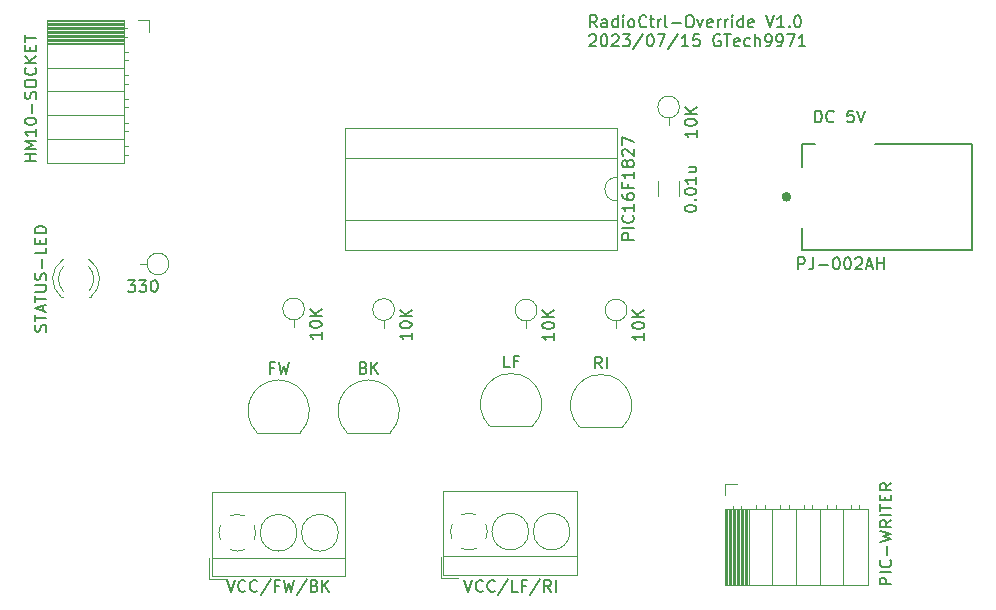
<source format=gto>
G04 #@! TF.GenerationSoftware,KiCad,Pcbnew,(6.0.11-0)*
G04 #@! TF.CreationDate,2023-07-15T22:38:05+09:00*
G04 #@! TF.ProjectId,RadioCtrl-Override,52616469-6f43-4747-926c-2d4f76657272,rev?*
G04 #@! TF.SameCoordinates,PX7bfa480PY7bfa480*
G04 #@! TF.FileFunction,Legend,Top*
G04 #@! TF.FilePolarity,Positive*
%FSLAX46Y46*%
G04 Gerber Fmt 4.6, Leading zero omitted, Abs format (unit mm)*
G04 Created by KiCad (PCBNEW (6.0.11-0)) date 2023-07-15 22:38:05*
%MOMM*%
%LPD*%
G01*
G04 APERTURE LIST*
%ADD10C,0.150000*%
%ADD11C,0.120000*%
%ADD12C,0.127000*%
%ADD13C,0.400000*%
G04 APERTURE END LIST*
D10*
X49167023Y48612620D02*
X48833690Y49088810D01*
X48595595Y48612620D02*
X48595595Y49612620D01*
X48976547Y49612620D01*
X49071785Y49565000D01*
X49119404Y49517381D01*
X49167023Y49422143D01*
X49167023Y49279286D01*
X49119404Y49184048D01*
X49071785Y49136429D01*
X48976547Y49088810D01*
X48595595Y49088810D01*
X50024166Y48612620D02*
X50024166Y49136429D01*
X49976547Y49231667D01*
X49881309Y49279286D01*
X49690833Y49279286D01*
X49595595Y49231667D01*
X50024166Y48660239D02*
X49928928Y48612620D01*
X49690833Y48612620D01*
X49595595Y48660239D01*
X49547976Y48755477D01*
X49547976Y48850715D01*
X49595595Y48945953D01*
X49690833Y48993572D01*
X49928928Y48993572D01*
X50024166Y49041191D01*
X50928928Y48612620D02*
X50928928Y49612620D01*
X50928928Y48660239D02*
X50833690Y48612620D01*
X50643214Y48612620D01*
X50547976Y48660239D01*
X50500357Y48707858D01*
X50452738Y48803096D01*
X50452738Y49088810D01*
X50500357Y49184048D01*
X50547976Y49231667D01*
X50643214Y49279286D01*
X50833690Y49279286D01*
X50928928Y49231667D01*
X51405119Y48612620D02*
X51405119Y49279286D01*
X51405119Y49612620D02*
X51357500Y49565000D01*
X51405119Y49517381D01*
X51452738Y49565000D01*
X51405119Y49612620D01*
X51405119Y49517381D01*
X52024166Y48612620D02*
X51928928Y48660239D01*
X51881309Y48707858D01*
X51833690Y48803096D01*
X51833690Y49088810D01*
X51881309Y49184048D01*
X51928928Y49231667D01*
X52024166Y49279286D01*
X52167023Y49279286D01*
X52262261Y49231667D01*
X52309880Y49184048D01*
X52357500Y49088810D01*
X52357500Y48803096D01*
X52309880Y48707858D01*
X52262261Y48660239D01*
X52167023Y48612620D01*
X52024166Y48612620D01*
X53357500Y48707858D02*
X53309880Y48660239D01*
X53167023Y48612620D01*
X53071785Y48612620D01*
X52928928Y48660239D01*
X52833690Y48755477D01*
X52786071Y48850715D01*
X52738452Y49041191D01*
X52738452Y49184048D01*
X52786071Y49374524D01*
X52833690Y49469762D01*
X52928928Y49565000D01*
X53071785Y49612620D01*
X53167023Y49612620D01*
X53309880Y49565000D01*
X53357500Y49517381D01*
X53643214Y49279286D02*
X54024166Y49279286D01*
X53786071Y49612620D02*
X53786071Y48755477D01*
X53833690Y48660239D01*
X53928928Y48612620D01*
X54024166Y48612620D01*
X54357500Y48612620D02*
X54357500Y49279286D01*
X54357500Y49088810D02*
X54405119Y49184048D01*
X54452738Y49231667D01*
X54547976Y49279286D01*
X54643214Y49279286D01*
X55119404Y48612620D02*
X55024166Y48660239D01*
X54976547Y48755477D01*
X54976547Y49612620D01*
X55500357Y48993572D02*
X56262261Y48993572D01*
X56928928Y49612620D02*
X57119404Y49612620D01*
X57214642Y49565000D01*
X57309880Y49469762D01*
X57357500Y49279286D01*
X57357500Y48945953D01*
X57309880Y48755477D01*
X57214642Y48660239D01*
X57119404Y48612620D01*
X56928928Y48612620D01*
X56833690Y48660239D01*
X56738452Y48755477D01*
X56690833Y48945953D01*
X56690833Y49279286D01*
X56738452Y49469762D01*
X56833690Y49565000D01*
X56928928Y49612620D01*
X57690833Y49279286D02*
X57928928Y48612620D01*
X58167023Y49279286D01*
X58928928Y48660239D02*
X58833690Y48612620D01*
X58643214Y48612620D01*
X58547976Y48660239D01*
X58500357Y48755477D01*
X58500357Y49136429D01*
X58547976Y49231667D01*
X58643214Y49279286D01*
X58833690Y49279286D01*
X58928928Y49231667D01*
X58976547Y49136429D01*
X58976547Y49041191D01*
X58500357Y48945953D01*
X59405119Y48612620D02*
X59405119Y49279286D01*
X59405119Y49088810D02*
X59452738Y49184048D01*
X59500357Y49231667D01*
X59595595Y49279286D01*
X59690833Y49279286D01*
X60024166Y48612620D02*
X60024166Y49279286D01*
X60024166Y49088810D02*
X60071785Y49184048D01*
X60119404Y49231667D01*
X60214642Y49279286D01*
X60309880Y49279286D01*
X60643214Y48612620D02*
X60643214Y49279286D01*
X60643214Y49612620D02*
X60595595Y49565000D01*
X60643214Y49517381D01*
X60690833Y49565000D01*
X60643214Y49612620D01*
X60643214Y49517381D01*
X61547976Y48612620D02*
X61547976Y49612620D01*
X61547976Y48660239D02*
X61452738Y48612620D01*
X61262261Y48612620D01*
X61167023Y48660239D01*
X61119404Y48707858D01*
X61071785Y48803096D01*
X61071785Y49088810D01*
X61119404Y49184048D01*
X61167023Y49231667D01*
X61262261Y49279286D01*
X61452738Y49279286D01*
X61547976Y49231667D01*
X62405119Y48660239D02*
X62309880Y48612620D01*
X62119404Y48612620D01*
X62024166Y48660239D01*
X61976547Y48755477D01*
X61976547Y49136429D01*
X62024166Y49231667D01*
X62119404Y49279286D01*
X62309880Y49279286D01*
X62405119Y49231667D01*
X62452738Y49136429D01*
X62452738Y49041191D01*
X61976547Y48945953D01*
X63500357Y49612620D02*
X63833690Y48612620D01*
X64167023Y49612620D01*
X65024166Y48612620D02*
X64452738Y48612620D01*
X64738452Y48612620D02*
X64738452Y49612620D01*
X64643214Y49469762D01*
X64547976Y49374524D01*
X64452738Y49326905D01*
X65452738Y48707858D02*
X65500357Y48660239D01*
X65452738Y48612620D01*
X65405119Y48660239D01*
X65452738Y48707858D01*
X65452738Y48612620D01*
X66119404Y49612620D02*
X66214642Y49612620D01*
X66309880Y49565000D01*
X66357500Y49517381D01*
X66405119Y49422143D01*
X66452738Y49231667D01*
X66452738Y48993572D01*
X66405119Y48803096D01*
X66357500Y48707858D01*
X66309880Y48660239D01*
X66214642Y48612620D01*
X66119404Y48612620D01*
X66024166Y48660239D01*
X65976547Y48707858D01*
X65928928Y48803096D01*
X65881309Y48993572D01*
X65881309Y49231667D01*
X65928928Y49422143D01*
X65976547Y49517381D01*
X66024166Y49565000D01*
X66119404Y49612620D01*
X48547976Y47907381D02*
X48595595Y47955000D01*
X48690833Y48002620D01*
X48928928Y48002620D01*
X49024166Y47955000D01*
X49071785Y47907381D01*
X49119404Y47812143D01*
X49119404Y47716905D01*
X49071785Y47574048D01*
X48500357Y47002620D01*
X49119404Y47002620D01*
X49738452Y48002620D02*
X49833690Y48002620D01*
X49928928Y47955000D01*
X49976547Y47907381D01*
X50024166Y47812143D01*
X50071785Y47621667D01*
X50071785Y47383572D01*
X50024166Y47193096D01*
X49976547Y47097858D01*
X49928928Y47050239D01*
X49833690Y47002620D01*
X49738452Y47002620D01*
X49643214Y47050239D01*
X49595595Y47097858D01*
X49547976Y47193096D01*
X49500357Y47383572D01*
X49500357Y47621667D01*
X49547976Y47812143D01*
X49595595Y47907381D01*
X49643214Y47955000D01*
X49738452Y48002620D01*
X50452738Y47907381D02*
X50500357Y47955000D01*
X50595595Y48002620D01*
X50833690Y48002620D01*
X50928928Y47955000D01*
X50976547Y47907381D01*
X51024166Y47812143D01*
X51024166Y47716905D01*
X50976547Y47574048D01*
X50405119Y47002620D01*
X51024166Y47002620D01*
X51357500Y48002620D02*
X51976547Y48002620D01*
X51643214Y47621667D01*
X51786071Y47621667D01*
X51881309Y47574048D01*
X51928928Y47526429D01*
X51976547Y47431191D01*
X51976547Y47193096D01*
X51928928Y47097858D01*
X51881309Y47050239D01*
X51786071Y47002620D01*
X51500357Y47002620D01*
X51405119Y47050239D01*
X51357500Y47097858D01*
X53119404Y48050239D02*
X52262261Y46764524D01*
X53643214Y48002620D02*
X53738452Y48002620D01*
X53833690Y47955000D01*
X53881309Y47907381D01*
X53928928Y47812143D01*
X53976547Y47621667D01*
X53976547Y47383572D01*
X53928928Y47193096D01*
X53881309Y47097858D01*
X53833690Y47050239D01*
X53738452Y47002620D01*
X53643214Y47002620D01*
X53547976Y47050239D01*
X53500357Y47097858D01*
X53452738Y47193096D01*
X53405119Y47383572D01*
X53405119Y47621667D01*
X53452738Y47812143D01*
X53500357Y47907381D01*
X53547976Y47955000D01*
X53643214Y48002620D01*
X54309880Y48002620D02*
X54976547Y48002620D01*
X54547976Y47002620D01*
X56071785Y48050239D02*
X55214642Y46764524D01*
X56928928Y47002620D02*
X56357500Y47002620D01*
X56643214Y47002620D02*
X56643214Y48002620D01*
X56547976Y47859762D01*
X56452738Y47764524D01*
X56357500Y47716905D01*
X57833690Y48002620D02*
X57357500Y48002620D01*
X57309880Y47526429D01*
X57357500Y47574048D01*
X57452738Y47621667D01*
X57690833Y47621667D01*
X57786071Y47574048D01*
X57833690Y47526429D01*
X57881309Y47431191D01*
X57881309Y47193096D01*
X57833690Y47097858D01*
X57786071Y47050239D01*
X57690833Y47002620D01*
X57452738Y47002620D01*
X57357500Y47050239D01*
X57309880Y47097858D01*
X59595595Y47955000D02*
X59500357Y48002620D01*
X59357500Y48002620D01*
X59214642Y47955000D01*
X59119404Y47859762D01*
X59071785Y47764524D01*
X59024166Y47574048D01*
X59024166Y47431191D01*
X59071785Y47240715D01*
X59119404Y47145477D01*
X59214642Y47050239D01*
X59357500Y47002620D01*
X59452738Y47002620D01*
X59595595Y47050239D01*
X59643214Y47097858D01*
X59643214Y47431191D01*
X59452738Y47431191D01*
X59928928Y48002620D02*
X60500357Y48002620D01*
X60214642Y47002620D02*
X60214642Y48002620D01*
X61214642Y47050239D02*
X61119404Y47002620D01*
X60928928Y47002620D01*
X60833690Y47050239D01*
X60786071Y47145477D01*
X60786071Y47526429D01*
X60833690Y47621667D01*
X60928928Y47669286D01*
X61119404Y47669286D01*
X61214642Y47621667D01*
X61262261Y47526429D01*
X61262261Y47431191D01*
X60786071Y47335953D01*
X62119404Y47050239D02*
X62024166Y47002620D01*
X61833690Y47002620D01*
X61738452Y47050239D01*
X61690833Y47097858D01*
X61643214Y47193096D01*
X61643214Y47478810D01*
X61690833Y47574048D01*
X61738452Y47621667D01*
X61833690Y47669286D01*
X62024166Y47669286D01*
X62119404Y47621667D01*
X62547976Y47002620D02*
X62547976Y48002620D01*
X62976547Y47002620D02*
X62976547Y47526429D01*
X62928928Y47621667D01*
X62833690Y47669286D01*
X62690833Y47669286D01*
X62595595Y47621667D01*
X62547976Y47574048D01*
X63500357Y47002620D02*
X63690833Y47002620D01*
X63786071Y47050239D01*
X63833690Y47097858D01*
X63928928Y47240715D01*
X63976547Y47431191D01*
X63976547Y47812143D01*
X63928928Y47907381D01*
X63881309Y47955000D01*
X63786071Y48002620D01*
X63595595Y48002620D01*
X63500357Y47955000D01*
X63452738Y47907381D01*
X63405119Y47812143D01*
X63405119Y47574048D01*
X63452738Y47478810D01*
X63500357Y47431191D01*
X63595595Y47383572D01*
X63786071Y47383572D01*
X63881309Y47431191D01*
X63928928Y47478810D01*
X63976547Y47574048D01*
X64452738Y47002620D02*
X64643214Y47002620D01*
X64738452Y47050239D01*
X64786071Y47097858D01*
X64881309Y47240715D01*
X64928928Y47431191D01*
X64928928Y47812143D01*
X64881309Y47907381D01*
X64833690Y47955000D01*
X64738452Y48002620D01*
X64547976Y48002620D01*
X64452738Y47955000D01*
X64405119Y47907381D01*
X64357500Y47812143D01*
X64357500Y47574048D01*
X64405119Y47478810D01*
X64452738Y47431191D01*
X64547976Y47383572D01*
X64738452Y47383572D01*
X64833690Y47431191D01*
X64881309Y47478810D01*
X64928928Y47574048D01*
X65262261Y48002620D02*
X65928928Y48002620D01*
X65500357Y47002620D01*
X66833690Y47002620D02*
X66262261Y47002620D01*
X66547976Y47002620D02*
X66547976Y48002620D01*
X66452738Y47859762D01*
X66357500Y47764524D01*
X66262261Y47716905D01*
X66206971Y28122598D02*
X66206971Y29122645D01*
X66587941Y29122645D01*
X66683184Y29075024D01*
X66730805Y29027403D01*
X66778427Y28932160D01*
X66778427Y28789296D01*
X66730805Y28694054D01*
X66683184Y28646432D01*
X66587941Y28598811D01*
X66206971Y28598811D01*
X67492746Y29122645D02*
X67492746Y28408326D01*
X67445125Y28265462D01*
X67349882Y28170220D01*
X67207018Y28122598D01*
X67111776Y28122598D01*
X67968959Y28503569D02*
X68730899Y28503569D01*
X69397597Y29122645D02*
X69492840Y29122645D01*
X69588082Y29075024D01*
X69635704Y29027403D01*
X69683325Y28932160D01*
X69730946Y28741675D01*
X69730946Y28503569D01*
X69683325Y28313083D01*
X69635704Y28217841D01*
X69588082Y28170220D01*
X69492840Y28122598D01*
X69397597Y28122598D01*
X69302355Y28170220D01*
X69254733Y28217841D01*
X69207112Y28313083D01*
X69159491Y28503569D01*
X69159491Y28741675D01*
X69207112Y28932160D01*
X69254733Y29027403D01*
X69302355Y29075024D01*
X69397597Y29122645D01*
X70350023Y29122645D02*
X70445266Y29122645D01*
X70540508Y29075024D01*
X70588129Y29027403D01*
X70635751Y28932160D01*
X70683372Y28741675D01*
X70683372Y28503569D01*
X70635751Y28313083D01*
X70588129Y28217841D01*
X70540508Y28170220D01*
X70445266Y28122598D01*
X70350023Y28122598D01*
X70254780Y28170220D01*
X70207159Y28217841D01*
X70159538Y28313083D01*
X70111917Y28503569D01*
X70111917Y28741675D01*
X70159538Y28932160D01*
X70207159Y29027403D01*
X70254780Y29075024D01*
X70350023Y29122645D01*
X71064342Y29027403D02*
X71111964Y29075024D01*
X71207206Y29122645D01*
X71445313Y29122645D01*
X71540555Y29075024D01*
X71588176Y29027403D01*
X71635798Y28932160D01*
X71635798Y28836918D01*
X71588176Y28694054D01*
X71016721Y28122598D01*
X71635798Y28122598D01*
X72016768Y28408326D02*
X72492981Y28408326D01*
X71921525Y28122598D02*
X72254874Y29122645D01*
X72588223Y28122598D01*
X72921572Y28122598D02*
X72921572Y29122645D01*
X72921572Y28646432D02*
X73493028Y28646432D01*
X73493028Y28122598D02*
X73493028Y29122645D01*
X57617380Y39899524D02*
X57617380Y39328096D01*
X57617380Y39613810D02*
X56617380Y39613810D01*
X56760238Y39518572D01*
X56855476Y39423334D01*
X56903095Y39328096D01*
X56617380Y40518572D02*
X56617380Y40613810D01*
X56665000Y40709048D01*
X56712619Y40756667D01*
X56807857Y40804286D01*
X56998333Y40851905D01*
X57236428Y40851905D01*
X57426904Y40804286D01*
X57522142Y40756667D01*
X57569761Y40709048D01*
X57617380Y40613810D01*
X57617380Y40518572D01*
X57569761Y40423334D01*
X57522142Y40375715D01*
X57426904Y40328096D01*
X57236428Y40280477D01*
X56998333Y40280477D01*
X56807857Y40328096D01*
X56712619Y40375715D01*
X56665000Y40423334D01*
X56617380Y40518572D01*
X57617380Y41280477D02*
X56617380Y41280477D01*
X57617380Y41851905D02*
X57045952Y41423334D01*
X56617380Y41851905D02*
X57188809Y41280477D01*
X17844047Y1817620D02*
X18177380Y817620D01*
X18510714Y1817620D01*
X19415476Y912858D02*
X19367857Y865239D01*
X19225000Y817620D01*
X19129761Y817620D01*
X18986904Y865239D01*
X18891666Y960477D01*
X18844047Y1055715D01*
X18796428Y1246191D01*
X18796428Y1389048D01*
X18844047Y1579524D01*
X18891666Y1674762D01*
X18986904Y1770000D01*
X19129761Y1817620D01*
X19225000Y1817620D01*
X19367857Y1770000D01*
X19415476Y1722381D01*
X20415476Y912858D02*
X20367857Y865239D01*
X20225000Y817620D01*
X20129761Y817620D01*
X19986904Y865239D01*
X19891666Y960477D01*
X19844047Y1055715D01*
X19796428Y1246191D01*
X19796428Y1389048D01*
X19844047Y1579524D01*
X19891666Y1674762D01*
X19986904Y1770000D01*
X20129761Y1817620D01*
X20225000Y1817620D01*
X20367857Y1770000D01*
X20415476Y1722381D01*
X21558333Y1865239D02*
X20701190Y579524D01*
X22225000Y1341429D02*
X21891666Y1341429D01*
X21891666Y817620D02*
X21891666Y1817620D01*
X22367857Y1817620D01*
X22653571Y1817620D02*
X22891666Y817620D01*
X23082142Y1531905D01*
X23272619Y817620D01*
X23510714Y1817620D01*
X24605952Y1865239D02*
X23748809Y579524D01*
X25272619Y1341429D02*
X25415476Y1293810D01*
X25463095Y1246191D01*
X25510714Y1150953D01*
X25510714Y1008096D01*
X25463095Y912858D01*
X25415476Y865239D01*
X25320238Y817620D01*
X24939285Y817620D01*
X24939285Y1817620D01*
X25272619Y1817620D01*
X25367857Y1770000D01*
X25415476Y1722381D01*
X25463095Y1627143D01*
X25463095Y1531905D01*
X25415476Y1436667D01*
X25367857Y1389048D01*
X25272619Y1341429D01*
X24939285Y1341429D01*
X25939285Y817620D02*
X25939285Y1817620D01*
X26510714Y817620D02*
X26082142Y1389048D01*
X26510714Y1817620D02*
X25939285Y1246191D01*
X9459285Y27202620D02*
X10078333Y27202620D01*
X9745000Y26821667D01*
X9887857Y26821667D01*
X9983095Y26774048D01*
X10030714Y26726429D01*
X10078333Y26631191D01*
X10078333Y26393096D01*
X10030714Y26297858D01*
X9983095Y26250239D01*
X9887857Y26202620D01*
X9602142Y26202620D01*
X9506904Y26250239D01*
X9459285Y26297858D01*
X10411666Y27202620D02*
X11030714Y27202620D01*
X10697380Y26821667D01*
X10840238Y26821667D01*
X10935476Y26774048D01*
X10983095Y26726429D01*
X11030714Y26631191D01*
X11030714Y26393096D01*
X10983095Y26297858D01*
X10935476Y26250239D01*
X10840238Y26202620D01*
X10554523Y26202620D01*
X10459285Y26250239D01*
X10411666Y26297858D01*
X11649761Y27202620D02*
X11745000Y27202620D01*
X11840238Y27155000D01*
X11887857Y27107381D01*
X11935476Y27012143D01*
X11983095Y26821667D01*
X11983095Y26583572D01*
X11935476Y26393096D01*
X11887857Y26297858D01*
X11840238Y26250239D01*
X11745000Y26202620D01*
X11649761Y26202620D01*
X11554523Y26250239D01*
X11506904Y26297858D01*
X11459285Y26393096D01*
X11411666Y26583572D01*
X11411666Y26821667D01*
X11459285Y27012143D01*
X11506904Y27107381D01*
X11554523Y27155000D01*
X11649761Y27202620D01*
X45552380Y22699524D02*
X45552380Y22128096D01*
X45552380Y22413810D02*
X44552380Y22413810D01*
X44695238Y22318572D01*
X44790476Y22223334D01*
X44838095Y22128096D01*
X44552380Y23318572D02*
X44552380Y23413810D01*
X44600000Y23509048D01*
X44647619Y23556667D01*
X44742857Y23604286D01*
X44933333Y23651905D01*
X45171428Y23651905D01*
X45361904Y23604286D01*
X45457142Y23556667D01*
X45504761Y23509048D01*
X45552380Y23413810D01*
X45552380Y23318572D01*
X45504761Y23223334D01*
X45457142Y23175715D01*
X45361904Y23128096D01*
X45171428Y23080477D01*
X44933333Y23080477D01*
X44742857Y23128096D01*
X44647619Y23175715D01*
X44600000Y23223334D01*
X44552380Y23318572D01*
X45552380Y24080477D02*
X44552380Y24080477D01*
X45552380Y24651905D02*
X44980952Y24223334D01*
X44552380Y24651905D02*
X45123809Y24080477D01*
X1722380Y37283096D02*
X722380Y37283096D01*
X1198571Y37283096D02*
X1198571Y37854524D01*
X1722380Y37854524D02*
X722380Y37854524D01*
X1722380Y38330715D02*
X722380Y38330715D01*
X1436666Y38664048D01*
X722380Y38997381D01*
X1722380Y38997381D01*
X1722380Y39997381D02*
X1722380Y39425953D01*
X1722380Y39711667D02*
X722380Y39711667D01*
X865238Y39616429D01*
X960476Y39521191D01*
X1008095Y39425953D01*
X722380Y40616429D02*
X722380Y40711667D01*
X770000Y40806905D01*
X817619Y40854524D01*
X912857Y40902143D01*
X1103333Y40949762D01*
X1341428Y40949762D01*
X1531904Y40902143D01*
X1627142Y40854524D01*
X1674761Y40806905D01*
X1722380Y40711667D01*
X1722380Y40616429D01*
X1674761Y40521191D01*
X1627142Y40473572D01*
X1531904Y40425953D01*
X1341428Y40378334D01*
X1103333Y40378334D01*
X912857Y40425953D01*
X817619Y40473572D01*
X770000Y40521191D01*
X722380Y40616429D01*
X1341428Y41378334D02*
X1341428Y42140239D01*
X1674761Y42568810D02*
X1722380Y42711667D01*
X1722380Y42949762D01*
X1674761Y43045000D01*
X1627142Y43092620D01*
X1531904Y43140239D01*
X1436666Y43140239D01*
X1341428Y43092620D01*
X1293809Y43045000D01*
X1246190Y42949762D01*
X1198571Y42759286D01*
X1150952Y42664048D01*
X1103333Y42616429D01*
X1008095Y42568810D01*
X912857Y42568810D01*
X817619Y42616429D01*
X770000Y42664048D01*
X722380Y42759286D01*
X722380Y42997381D01*
X770000Y43140239D01*
X722380Y43759286D02*
X722380Y43949762D01*
X770000Y44045000D01*
X865238Y44140239D01*
X1055714Y44187858D01*
X1389047Y44187858D01*
X1579523Y44140239D01*
X1674761Y44045000D01*
X1722380Y43949762D01*
X1722380Y43759286D01*
X1674761Y43664048D01*
X1579523Y43568810D01*
X1389047Y43521191D01*
X1055714Y43521191D01*
X865238Y43568810D01*
X770000Y43664048D01*
X722380Y43759286D01*
X1627142Y45187858D02*
X1674761Y45140239D01*
X1722380Y44997381D01*
X1722380Y44902143D01*
X1674761Y44759286D01*
X1579523Y44664048D01*
X1484285Y44616429D01*
X1293809Y44568810D01*
X1150952Y44568810D01*
X960476Y44616429D01*
X865238Y44664048D01*
X770000Y44759286D01*
X722380Y44902143D01*
X722380Y44997381D01*
X770000Y45140239D01*
X817619Y45187858D01*
X1722380Y45616429D02*
X722380Y45616429D01*
X1722380Y46187858D02*
X1150952Y45759286D01*
X722380Y46187858D02*
X1293809Y45616429D01*
X1198571Y46616429D02*
X1198571Y46949762D01*
X1722380Y47092620D02*
X1722380Y46616429D01*
X722380Y46616429D01*
X722380Y47092620D01*
X722380Y47378334D02*
X722380Y47949762D01*
X1722380Y47664048D02*
X722380Y47664048D01*
X33487380Y22754524D02*
X33487380Y22183096D01*
X33487380Y22468810D02*
X32487380Y22468810D01*
X32630238Y22373572D01*
X32725476Y22278334D01*
X32773095Y22183096D01*
X32487380Y23373572D02*
X32487380Y23468810D01*
X32535000Y23564048D01*
X32582619Y23611667D01*
X32677857Y23659286D01*
X32868333Y23706905D01*
X33106428Y23706905D01*
X33296904Y23659286D01*
X33392142Y23611667D01*
X33439761Y23564048D01*
X33487380Y23468810D01*
X33487380Y23373572D01*
X33439761Y23278334D01*
X33392142Y23230715D01*
X33296904Y23183096D01*
X33106428Y23135477D01*
X32868333Y23135477D01*
X32677857Y23183096D01*
X32582619Y23230715D01*
X32535000Y23278334D01*
X32487380Y23373572D01*
X33487380Y24135477D02*
X32487380Y24135477D01*
X33487380Y24706905D02*
X32915952Y24278334D01*
X32487380Y24706905D02*
X33058809Y24135477D01*
X25867380Y22804524D02*
X25867380Y22233096D01*
X25867380Y22518810D02*
X24867380Y22518810D01*
X25010238Y22423572D01*
X25105476Y22328334D01*
X25153095Y22233096D01*
X24867380Y23423572D02*
X24867380Y23518810D01*
X24915000Y23614048D01*
X24962619Y23661667D01*
X25057857Y23709286D01*
X25248333Y23756905D01*
X25486428Y23756905D01*
X25676904Y23709286D01*
X25772142Y23661667D01*
X25819761Y23614048D01*
X25867380Y23518810D01*
X25867380Y23423572D01*
X25819761Y23328334D01*
X25772142Y23280715D01*
X25676904Y23233096D01*
X25486428Y23185477D01*
X25248333Y23185477D01*
X25057857Y23233096D01*
X24962619Y23280715D01*
X24915000Y23328334D01*
X24867380Y23423572D01*
X25867380Y24185477D02*
X24867380Y24185477D01*
X25867380Y24756905D02*
X25295952Y24328334D01*
X24867380Y24756905D02*
X25438809Y24185477D01*
X52302380Y30629286D02*
X51302380Y30629286D01*
X51302380Y31010239D01*
X51350000Y31105477D01*
X51397619Y31153096D01*
X51492857Y31200715D01*
X51635714Y31200715D01*
X51730952Y31153096D01*
X51778571Y31105477D01*
X51826190Y31010239D01*
X51826190Y30629286D01*
X52302380Y31629286D02*
X51302380Y31629286D01*
X52207142Y32676905D02*
X52254761Y32629286D01*
X52302380Y32486429D01*
X52302380Y32391191D01*
X52254761Y32248334D01*
X52159523Y32153096D01*
X52064285Y32105477D01*
X51873809Y32057858D01*
X51730952Y32057858D01*
X51540476Y32105477D01*
X51445238Y32153096D01*
X51350000Y32248334D01*
X51302380Y32391191D01*
X51302380Y32486429D01*
X51350000Y32629286D01*
X51397619Y32676905D01*
X52302380Y33629286D02*
X52302380Y33057858D01*
X52302380Y33343572D02*
X51302380Y33343572D01*
X51445238Y33248334D01*
X51540476Y33153096D01*
X51588095Y33057858D01*
X51302380Y34486429D02*
X51302380Y34295953D01*
X51350000Y34200715D01*
X51397619Y34153096D01*
X51540476Y34057858D01*
X51730952Y34010239D01*
X52111904Y34010239D01*
X52207142Y34057858D01*
X52254761Y34105477D01*
X52302380Y34200715D01*
X52302380Y34391191D01*
X52254761Y34486429D01*
X52207142Y34534048D01*
X52111904Y34581667D01*
X51873809Y34581667D01*
X51778571Y34534048D01*
X51730952Y34486429D01*
X51683333Y34391191D01*
X51683333Y34200715D01*
X51730952Y34105477D01*
X51778571Y34057858D01*
X51873809Y34010239D01*
X51778571Y35343572D02*
X51778571Y35010239D01*
X52302380Y35010239D02*
X51302380Y35010239D01*
X51302380Y35486429D01*
X52302380Y36391191D02*
X52302380Y35819762D01*
X52302380Y36105477D02*
X51302380Y36105477D01*
X51445238Y36010239D01*
X51540476Y35915000D01*
X51588095Y35819762D01*
X51730952Y36962620D02*
X51683333Y36867381D01*
X51635714Y36819762D01*
X51540476Y36772143D01*
X51492857Y36772143D01*
X51397619Y36819762D01*
X51350000Y36867381D01*
X51302380Y36962620D01*
X51302380Y37153096D01*
X51350000Y37248334D01*
X51397619Y37295953D01*
X51492857Y37343572D01*
X51540476Y37343572D01*
X51635714Y37295953D01*
X51683333Y37248334D01*
X51730952Y37153096D01*
X51730952Y36962620D01*
X51778571Y36867381D01*
X51826190Y36819762D01*
X51921428Y36772143D01*
X52111904Y36772143D01*
X52207142Y36819762D01*
X52254761Y36867381D01*
X52302380Y36962620D01*
X52302380Y37153096D01*
X52254761Y37248334D01*
X52207142Y37295953D01*
X52111904Y37343572D01*
X51921428Y37343572D01*
X51826190Y37295953D01*
X51778571Y37248334D01*
X51730952Y37153096D01*
X51397619Y37724524D02*
X51350000Y37772143D01*
X51302380Y37867381D01*
X51302380Y38105477D01*
X51350000Y38200715D01*
X51397619Y38248334D01*
X51492857Y38295953D01*
X51588095Y38295953D01*
X51730952Y38248334D01*
X52302380Y37676905D01*
X52302380Y38295953D01*
X51302380Y38629286D02*
X51302380Y39295953D01*
X52302380Y38867381D01*
X74112380Y1453096D02*
X73112380Y1453096D01*
X73112380Y1834048D01*
X73160000Y1929286D01*
X73207619Y1976905D01*
X73302857Y2024524D01*
X73445714Y2024524D01*
X73540952Y1976905D01*
X73588571Y1929286D01*
X73636190Y1834048D01*
X73636190Y1453096D01*
X74112380Y2453096D02*
X73112380Y2453096D01*
X74017142Y3500715D02*
X74064761Y3453096D01*
X74112380Y3310239D01*
X74112380Y3215000D01*
X74064761Y3072143D01*
X73969523Y2976905D01*
X73874285Y2929286D01*
X73683809Y2881667D01*
X73540952Y2881667D01*
X73350476Y2929286D01*
X73255238Y2976905D01*
X73160000Y3072143D01*
X73112380Y3215000D01*
X73112380Y3310239D01*
X73160000Y3453096D01*
X73207619Y3500715D01*
X73731428Y3929286D02*
X73731428Y4691191D01*
X73112380Y5072143D02*
X74112380Y5310239D01*
X73398095Y5500715D01*
X74112380Y5691191D01*
X73112380Y5929286D01*
X74112380Y6881667D02*
X73636190Y6548334D01*
X74112380Y6310239D02*
X73112380Y6310239D01*
X73112380Y6691191D01*
X73160000Y6786429D01*
X73207619Y6834048D01*
X73302857Y6881667D01*
X73445714Y6881667D01*
X73540952Y6834048D01*
X73588571Y6786429D01*
X73636190Y6691191D01*
X73636190Y6310239D01*
X74112380Y7310239D02*
X73112380Y7310239D01*
X73112380Y7643572D02*
X73112380Y8215000D01*
X74112380Y7929286D02*
X73112380Y7929286D01*
X73588571Y8548334D02*
X73588571Y8881667D01*
X74112380Y9024524D02*
X74112380Y8548334D01*
X73112380Y8548334D01*
X73112380Y9024524D01*
X74112380Y10024524D02*
X73636190Y9691191D01*
X74112380Y9453096D02*
X73112380Y9453096D01*
X73112380Y9834048D01*
X73160000Y9929286D01*
X73207619Y9976905D01*
X73302857Y10024524D01*
X73445714Y10024524D01*
X73540952Y9976905D01*
X73588571Y9929286D01*
X73636190Y9834048D01*
X73636190Y9453096D01*
X29416428Y19781429D02*
X29559285Y19733810D01*
X29606904Y19686191D01*
X29654523Y19590953D01*
X29654523Y19448096D01*
X29606904Y19352858D01*
X29559285Y19305239D01*
X29464047Y19257620D01*
X29083095Y19257620D01*
X29083095Y20257620D01*
X29416428Y20257620D01*
X29511666Y20210000D01*
X29559285Y20162381D01*
X29606904Y20067143D01*
X29606904Y19971905D01*
X29559285Y19876667D01*
X29511666Y19829048D01*
X29416428Y19781429D01*
X29083095Y19781429D01*
X30083095Y19257620D02*
X30083095Y20257620D01*
X30654523Y19257620D02*
X30225952Y19829048D01*
X30654523Y20257620D02*
X30083095Y19686191D01*
X56602380Y33234524D02*
X56602380Y33329762D01*
X56650000Y33425000D01*
X56697619Y33472620D01*
X56792857Y33520239D01*
X56983333Y33567858D01*
X57221428Y33567858D01*
X57411904Y33520239D01*
X57507142Y33472620D01*
X57554761Y33425000D01*
X57602380Y33329762D01*
X57602380Y33234524D01*
X57554761Y33139286D01*
X57507142Y33091667D01*
X57411904Y33044048D01*
X57221428Y32996429D01*
X56983333Y32996429D01*
X56792857Y33044048D01*
X56697619Y33091667D01*
X56650000Y33139286D01*
X56602380Y33234524D01*
X57507142Y33996429D02*
X57554761Y34044048D01*
X57602380Y33996429D01*
X57554761Y33948810D01*
X57507142Y33996429D01*
X57602380Y33996429D01*
X56602380Y34663096D02*
X56602380Y34758334D01*
X56650000Y34853572D01*
X56697619Y34901191D01*
X56792857Y34948810D01*
X56983333Y34996429D01*
X57221428Y34996429D01*
X57411904Y34948810D01*
X57507142Y34901191D01*
X57554761Y34853572D01*
X57602380Y34758334D01*
X57602380Y34663096D01*
X57554761Y34567858D01*
X57507142Y34520239D01*
X57411904Y34472620D01*
X57221428Y34425000D01*
X56983333Y34425000D01*
X56792857Y34472620D01*
X56697619Y34520239D01*
X56650000Y34567858D01*
X56602380Y34663096D01*
X57602380Y35948810D02*
X57602380Y35377381D01*
X57602380Y35663096D02*
X56602380Y35663096D01*
X56745238Y35567858D01*
X56840476Y35472620D01*
X56888095Y35377381D01*
X56935714Y36805953D02*
X57602380Y36805953D01*
X56935714Y36377381D02*
X57459523Y36377381D01*
X57554761Y36425000D01*
X57602380Y36520239D01*
X57602380Y36663096D01*
X57554761Y36758334D01*
X57507142Y36805953D01*
X37957619Y1817620D02*
X38290952Y817620D01*
X38624285Y1817620D01*
X39529047Y912858D02*
X39481428Y865239D01*
X39338571Y817620D01*
X39243333Y817620D01*
X39100476Y865239D01*
X39005238Y960477D01*
X38957619Y1055715D01*
X38910000Y1246191D01*
X38910000Y1389048D01*
X38957619Y1579524D01*
X39005238Y1674762D01*
X39100476Y1770000D01*
X39243333Y1817620D01*
X39338571Y1817620D01*
X39481428Y1770000D01*
X39529047Y1722381D01*
X40529047Y912858D02*
X40481428Y865239D01*
X40338571Y817620D01*
X40243333Y817620D01*
X40100476Y865239D01*
X40005238Y960477D01*
X39957619Y1055715D01*
X39910000Y1246191D01*
X39910000Y1389048D01*
X39957619Y1579524D01*
X40005238Y1674762D01*
X40100476Y1770000D01*
X40243333Y1817620D01*
X40338571Y1817620D01*
X40481428Y1770000D01*
X40529047Y1722381D01*
X41671904Y1865239D02*
X40814761Y579524D01*
X42481428Y817620D02*
X42005238Y817620D01*
X42005238Y1817620D01*
X43148095Y1341429D02*
X42814761Y1341429D01*
X42814761Y817620D02*
X42814761Y1817620D01*
X43290952Y1817620D01*
X44386190Y1865239D02*
X43529047Y579524D01*
X45290952Y817620D02*
X44957619Y1293810D01*
X44719523Y817620D02*
X44719523Y1817620D01*
X45100476Y1817620D01*
X45195714Y1770000D01*
X45243333Y1722381D01*
X45290952Y1627143D01*
X45290952Y1484286D01*
X45243333Y1389048D01*
X45195714Y1341429D01*
X45100476Y1293810D01*
X44719523Y1293810D01*
X45719523Y817620D02*
X45719523Y1817620D01*
X2524761Y22852620D02*
X2572380Y22995477D01*
X2572380Y23233572D01*
X2524761Y23328810D01*
X2477142Y23376429D01*
X2381904Y23424048D01*
X2286666Y23424048D01*
X2191428Y23376429D01*
X2143809Y23328810D01*
X2096190Y23233572D01*
X2048571Y23043096D01*
X2000952Y22947858D01*
X1953333Y22900239D01*
X1858095Y22852620D01*
X1762857Y22852620D01*
X1667619Y22900239D01*
X1620000Y22947858D01*
X1572380Y23043096D01*
X1572380Y23281191D01*
X1620000Y23424048D01*
X1572380Y23709762D02*
X1572380Y24281191D01*
X2572380Y23995477D02*
X1572380Y23995477D01*
X2286666Y24566905D02*
X2286666Y25043096D01*
X2572380Y24471667D02*
X1572380Y24805000D01*
X2572380Y25138334D01*
X1572380Y25328810D02*
X1572380Y25900239D01*
X2572380Y25614524D02*
X1572380Y25614524D01*
X1572380Y26233572D02*
X2381904Y26233572D01*
X2477142Y26281191D01*
X2524761Y26328810D01*
X2572380Y26424048D01*
X2572380Y26614524D01*
X2524761Y26709762D01*
X2477142Y26757381D01*
X2381904Y26805000D01*
X1572380Y26805000D01*
X2524761Y27233572D02*
X2572380Y27376429D01*
X2572380Y27614524D01*
X2524761Y27709762D01*
X2477142Y27757381D01*
X2381904Y27805000D01*
X2286666Y27805000D01*
X2191428Y27757381D01*
X2143809Y27709762D01*
X2096190Y27614524D01*
X2048571Y27424048D01*
X2000952Y27328810D01*
X1953333Y27281191D01*
X1858095Y27233572D01*
X1762857Y27233572D01*
X1667619Y27281191D01*
X1620000Y27328810D01*
X1572380Y27424048D01*
X1572380Y27662143D01*
X1620000Y27805000D01*
X2191428Y28233572D02*
X2191428Y28995477D01*
X2572380Y29947858D02*
X2572380Y29471667D01*
X1572380Y29471667D01*
X2048571Y30281191D02*
X2048571Y30614524D01*
X2572380Y30757381D02*
X2572380Y30281191D01*
X1572380Y30281191D01*
X1572380Y30757381D01*
X2572380Y31185953D02*
X1572380Y31185953D01*
X1572380Y31424048D01*
X1620000Y31566905D01*
X1715238Y31662143D01*
X1810476Y31709762D01*
X2000952Y31757381D01*
X2143809Y31757381D01*
X2334285Y31709762D01*
X2429523Y31662143D01*
X2524761Y31566905D01*
X2572380Y31424048D01*
X2572380Y31185953D01*
X49601428Y19722620D02*
X49268095Y20198810D01*
X49030000Y19722620D02*
X49030000Y20722620D01*
X49410952Y20722620D01*
X49506190Y20675000D01*
X49553809Y20627381D01*
X49601428Y20532143D01*
X49601428Y20389286D01*
X49553809Y20294048D01*
X49506190Y20246429D01*
X49410952Y20198810D01*
X49030000Y20198810D01*
X50030000Y19722620D02*
X50030000Y20722620D01*
X41790952Y19807620D02*
X41314761Y19807620D01*
X41314761Y20807620D01*
X42457619Y20331429D02*
X42124285Y20331429D01*
X42124285Y19807620D02*
X42124285Y20807620D01*
X42600476Y20807620D01*
X53172380Y22709524D02*
X53172380Y22138096D01*
X53172380Y22423810D02*
X52172380Y22423810D01*
X52315238Y22328572D01*
X52410476Y22233334D01*
X52458095Y22138096D01*
X52172380Y23328572D02*
X52172380Y23423810D01*
X52220000Y23519048D01*
X52267619Y23566667D01*
X52362857Y23614286D01*
X52553333Y23661905D01*
X52791428Y23661905D01*
X52981904Y23614286D01*
X53077142Y23566667D01*
X53124761Y23519048D01*
X53172380Y23423810D01*
X53172380Y23328572D01*
X53124761Y23233334D01*
X53077142Y23185715D01*
X52981904Y23138096D01*
X52791428Y23090477D01*
X52553333Y23090477D01*
X52362857Y23138096D01*
X52267619Y23185715D01*
X52220000Y23233334D01*
X52172380Y23328572D01*
X53172380Y24090477D02*
X52172380Y24090477D01*
X53172380Y24661905D02*
X52600952Y24233334D01*
X52172380Y24661905D02*
X52743809Y24090477D01*
X67649902Y40562918D02*
X67649902Y41562965D01*
X67888009Y41562965D01*
X68030873Y41515344D01*
X68126115Y41420101D01*
X68173736Y41324859D01*
X68221358Y41134374D01*
X68221358Y40991510D01*
X68173736Y40801025D01*
X68126115Y40705782D01*
X68030873Y40610540D01*
X67888009Y40562918D01*
X67649902Y40562918D01*
X69221405Y40658161D02*
X69173783Y40610540D01*
X69030920Y40562918D01*
X68935677Y40562918D01*
X68792813Y40610540D01*
X68697571Y40705782D01*
X68649949Y40801025D01*
X68602328Y40991510D01*
X68602328Y41134374D01*
X68649949Y41324859D01*
X68697571Y41420101D01*
X68792813Y41515344D01*
X68935677Y41562965D01*
X69030920Y41562965D01*
X69173783Y41515344D01*
X69221405Y41467723D01*
X70888150Y41562965D02*
X70411937Y41562965D01*
X70364316Y41086752D01*
X70411937Y41134374D01*
X70507179Y41181995D01*
X70745286Y41181995D01*
X70840528Y41134374D01*
X70888150Y41086752D01*
X70935771Y40991510D01*
X70935771Y40753403D01*
X70888150Y40658161D01*
X70840528Y40610540D01*
X70745286Y40562918D01*
X70507179Y40562918D01*
X70411937Y40610540D01*
X70364316Y40658161D01*
X71221499Y41562965D02*
X71554848Y40562918D01*
X71888197Y41562965D01*
X21796428Y19781429D02*
X21463095Y19781429D01*
X21463095Y19257620D02*
X21463095Y20257620D01*
X21939285Y20257620D01*
X22225000Y20257620D02*
X22463095Y19257620D01*
X22653571Y19971905D01*
X22844047Y19257620D01*
X23082142Y20257620D01*
D11*
X55245000Y40940000D02*
X55245000Y40320000D01*
X56165000Y41860000D02*
G75*
G03*
X56165000Y41860000I-920000J0D01*
G01*
X16325000Y1915000D02*
X17825000Y1915000D01*
X16565000Y2155000D02*
X27885000Y2155000D01*
X16565000Y9275000D02*
X27885000Y9275000D01*
X16325000Y3655000D02*
X16325000Y1915000D01*
X16565000Y3715000D02*
X27885000Y3715000D01*
X16565000Y9275000D02*
X16565000Y2155000D01*
X27885000Y9275000D02*
X27885000Y2155000D01*
X18117000Y4383000D02*
G75*
G03*
X18752011Y4259507I607998J1431988D01*
G01*
X20157000Y5207000D02*
G75*
G03*
X20157109Y6422742I-1432003J607999D01*
G01*
X19333000Y7247000D02*
G75*
G03*
X18117258Y7247109I-608000J-1432000D01*
G01*
X18725000Y4260000D02*
G75*
G03*
X19332587Y4383615I0J1555000D01*
G01*
X17293000Y6423000D02*
G75*
G03*
X17292891Y5207258I1432000J-608000D01*
G01*
X27280000Y5815000D02*
G75*
G03*
X27280000Y5815000I-1555000J0D01*
G01*
X23780000Y5815000D02*
G75*
G03*
X23780000Y5815000I-1555000J0D01*
G01*
X11095000Y28575000D02*
X10475000Y28575000D01*
X12935000Y28575000D02*
G75*
G03*
X12935000Y28575000I-920000J0D01*
G01*
X43180000Y23740000D02*
X43180000Y23120000D01*
X44100000Y24660000D02*
G75*
G03*
X44100000Y24660000I-920000J0D01*
G01*
X2630000Y47180000D02*
X9100000Y47180000D01*
X9100000Y45820000D02*
X9447083Y45820000D01*
X2630000Y37120000D02*
X9100000Y37120000D01*
X2630000Y47408230D02*
X9100000Y47408230D01*
X2630000Y47750584D02*
X9100000Y47750584D01*
X2630000Y49240000D02*
X9100000Y49240000D01*
X2630000Y43180000D02*
X9100000Y43180000D01*
X2630000Y48092938D02*
X9100000Y48092938D01*
X2630000Y48549410D02*
X9100000Y48549410D01*
X10310000Y49240000D02*
X11245000Y49240000D01*
X2630000Y48321174D02*
X9100000Y48321174D01*
X9100000Y49240000D02*
X9100000Y37120000D01*
X9100000Y43820000D02*
X9447083Y43820000D01*
X9100000Y48540000D02*
X9375000Y48540000D01*
X2630000Y49240000D02*
X2630000Y37120000D01*
X9100000Y39820000D02*
X9447083Y39820000D01*
X11245000Y49240000D02*
X11245000Y48180000D01*
X2630000Y47978820D02*
X9100000Y47978820D01*
X9100000Y41820000D02*
X9447083Y41820000D01*
X2630000Y49005882D02*
X9100000Y49005882D01*
X2630000Y48435292D02*
X9100000Y48435292D01*
X2630000Y47864702D02*
X9100000Y47864702D01*
X2630000Y47636466D02*
X9100000Y47636466D01*
X2630000Y48663528D02*
X9100000Y48663528D01*
X2630000Y47522348D02*
X9100000Y47522348D01*
X2630000Y41180000D02*
X9100000Y41180000D01*
X2630000Y49120000D02*
X9100000Y49120000D01*
X9100000Y38540000D02*
X9447083Y38540000D01*
X2630000Y48207056D02*
X9100000Y48207056D01*
X2630000Y48777646D02*
X9100000Y48777646D01*
X2630000Y48891764D02*
X9100000Y48891764D01*
X9100000Y37820000D02*
X9447083Y37820000D01*
X2630000Y47294112D02*
X9100000Y47294112D01*
X2630000Y45180000D02*
X9100000Y45180000D01*
X9100000Y44540000D02*
X9447083Y44540000D01*
X9100000Y47820000D02*
X9375000Y47820000D01*
X9100000Y46540000D02*
X9447083Y46540000D01*
X9100000Y42540000D02*
X9447083Y42540000D01*
X9100000Y40540000D02*
X9447083Y40540000D01*
X2630000Y39180000D02*
X9100000Y39180000D01*
X31115000Y23795000D02*
X31115000Y23175000D01*
X32035000Y24715000D02*
G75*
G03*
X32035000Y24715000I-920000J0D01*
G01*
X23495000Y23845000D02*
X23495000Y23225000D01*
X24415000Y24765000D02*
G75*
G03*
X24415000Y24765000I-920000J0D01*
G01*
X27870000Y37565000D02*
X27870000Y32265000D01*
X50910000Y40055000D02*
X27810000Y40055000D01*
X27810000Y29775000D02*
X50910000Y29775000D01*
X27870000Y32265000D02*
X50850000Y32265000D01*
X50850000Y37565000D02*
X27870000Y37565000D01*
X50850000Y35915000D02*
X50850000Y37565000D01*
X50910000Y29775000D02*
X50910000Y40055000D01*
X50850000Y32265000D02*
X50850000Y33915000D01*
X27810000Y40055000D02*
X27810000Y29775000D01*
X50850000Y35915000D02*
G75*
G03*
X50850000Y33915000I0J-1000000D01*
G01*
X61355298Y1360000D02*
X61355298Y7830000D01*
X60328236Y1360000D02*
X60328236Y7830000D01*
X60100000Y1360000D02*
X60100000Y7830000D01*
X72100000Y1360000D02*
X72100000Y7830000D01*
X66680000Y7830000D02*
X66680000Y8177083D01*
X70040000Y1360000D02*
X70040000Y7830000D01*
X63400000Y7830000D02*
X63400000Y8177083D01*
X64040000Y1360000D02*
X64040000Y7830000D01*
X69400000Y7830000D02*
X69400000Y8177083D01*
X61811770Y1360000D02*
X61811770Y7830000D01*
X61469416Y1360000D02*
X61469416Y7830000D01*
X60670590Y1360000D02*
X60670590Y7830000D01*
X60680000Y7830000D02*
X60680000Y8105000D01*
X60442354Y1360000D02*
X60442354Y7830000D01*
X60214118Y1360000D02*
X60214118Y7830000D01*
X60898826Y1360000D02*
X60898826Y7830000D01*
X62040000Y1360000D02*
X62040000Y7830000D01*
X61127062Y1360000D02*
X61127062Y7830000D01*
X68680000Y7830000D02*
X68680000Y8177083D01*
X60556472Y1360000D02*
X60556472Y7830000D01*
X62680000Y7830000D02*
X62680000Y8177083D01*
X59980000Y9040000D02*
X59980000Y9975000D01*
X59980000Y1360000D02*
X59980000Y7830000D01*
X60784708Y1360000D02*
X60784708Y7830000D01*
X67400000Y7830000D02*
X67400000Y8177083D01*
X61583534Y1360000D02*
X61583534Y7830000D01*
X59980000Y9975000D02*
X61040000Y9975000D01*
X64680000Y7830000D02*
X64680000Y8177083D01*
X70680000Y7830000D02*
X70680000Y8177083D01*
X71400000Y7830000D02*
X71400000Y8177083D01*
X61241180Y1360000D02*
X61241180Y7830000D01*
X65400000Y7830000D02*
X65400000Y8177083D01*
X66040000Y1360000D02*
X66040000Y7830000D01*
X61400000Y7830000D02*
X61400000Y8105000D01*
X61012944Y1360000D02*
X61012944Y7830000D01*
X61697652Y1360000D02*
X61697652Y7830000D01*
X59980000Y1360000D02*
X72100000Y1360000D01*
X61925888Y1360000D02*
X61925888Y7830000D01*
X59980000Y7830000D02*
X72100000Y7830000D01*
X68040000Y1360000D02*
X68040000Y7830000D01*
X28045000Y14300000D02*
X31645000Y14300000D01*
X29845000Y18750001D02*
G75*
G03*
X28006522Y14311522I0J-2600001D01*
G01*
X31683478Y14311522D02*
G75*
G03*
X29845000Y18750000I-1838478J1838478D01*
G01*
X54325000Y34296000D02*
X54325000Y35554000D01*
X56165000Y34296000D02*
X56165000Y35554000D01*
X36183500Y9375500D02*
X36183500Y2255500D01*
X36183500Y2255500D02*
X47503500Y2255500D01*
X36183500Y9375500D02*
X47503500Y9375500D01*
X35943500Y3755500D02*
X35943500Y2015500D01*
X36183500Y3815500D02*
X47503500Y3815500D01*
X35943500Y2015500D02*
X37443500Y2015500D01*
X47503500Y9375500D02*
X47503500Y2255500D01*
X36911500Y6523500D02*
G75*
G03*
X36911391Y5307758I1432000J-608000D01*
G01*
X37735500Y4483500D02*
G75*
G03*
X38370511Y4360007I607998J1431988D01*
G01*
X38343500Y4360500D02*
G75*
G03*
X38951087Y4484115I0J1555000D01*
G01*
X39775500Y5307500D02*
G75*
G03*
X39775609Y6523242I-1432003J607999D01*
G01*
X38951500Y7347500D02*
G75*
G03*
X37735758Y7347609I-608000J-1432000D01*
G01*
X43398500Y5915500D02*
G75*
G03*
X43398500Y5915500I-1555000J0D01*
G01*
X46898500Y5915500D02*
G75*
G03*
X46898500Y5915500I-1555000J0D01*
G01*
X3844000Y25745000D02*
X4000000Y25745000D01*
X6160000Y25745000D02*
X6316000Y25745000D01*
X4001392Y28977335D02*
G75*
G03*
X3844484Y25745000I1078608J-1672335D01*
G01*
X6315516Y25745000D02*
G75*
G03*
X6158608Y28977335I-1235516J1560000D01*
G01*
X4000163Y28346130D02*
G75*
G03*
X4000000Y26264039I1079837J-1041130D01*
G01*
X6160000Y26264039D02*
G75*
G03*
X6159837Y28346130I-1080000J1040961D01*
G01*
X47730000Y14765000D02*
X51330000Y14765000D01*
X51368478Y14776522D02*
G75*
G03*
X49530000Y19215000I-1838478J1838478D01*
G01*
X49530000Y19215001D02*
G75*
G03*
X47691522Y14776522I0J-2600001D01*
G01*
X40110000Y14850000D02*
X43710000Y14850000D01*
X41910000Y19300001D02*
G75*
G03*
X40071522Y14861522I0J-2600001D01*
G01*
X43748478Y14861522D02*
G75*
G03*
X41910000Y19300000I-1838478J1838478D01*
G01*
X50800000Y23750000D02*
X50800000Y23130000D01*
X51720000Y24670000D02*
G75*
G03*
X51720000Y24670000I-920000J0D01*
G01*
D12*
X66512500Y29750000D02*
X66512500Y31600000D01*
X66512500Y38750000D02*
X67662500Y38750000D01*
X66512500Y36800000D02*
X66512500Y38750000D01*
X72762500Y38750000D02*
X80912500Y38750000D01*
X80912500Y38750000D02*
X80912500Y29750000D01*
X80912500Y29750000D02*
X66512500Y29750000D01*
D13*
X65412500Y34250000D02*
G75*
G03*
X65412500Y34250000I-200000J0D01*
G01*
D11*
X20425000Y14300000D02*
X24025000Y14300000D01*
X22225000Y18750001D02*
G75*
G03*
X20386522Y14311522I0J-2600001D01*
G01*
X24063478Y14311522D02*
G75*
G03*
X22225000Y18750000I-1838478J1838478D01*
G01*
M02*

</source>
